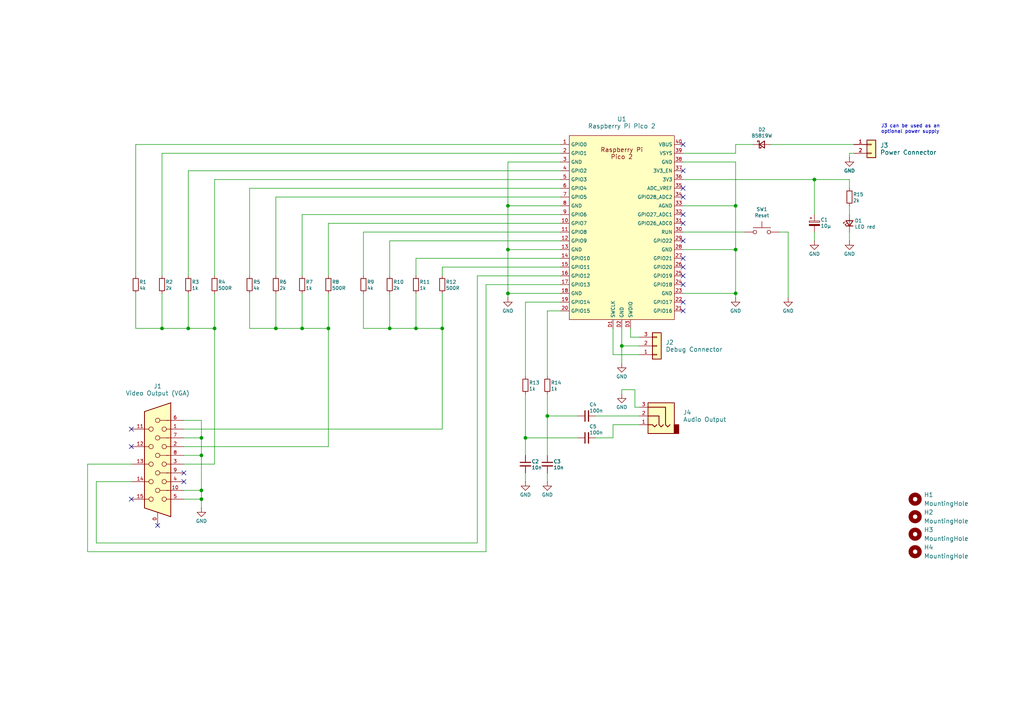
<source format=kicad_sch>
(kicad_sch (version 20250114) (generator "eeschema") (generator_version "9.0")
  (paper "A4")
  (title_block (title "Demoboard for LFT's Demo \"Kaleidoscopico\"") (date "2025-09-16") (rev "-"))
  (lib_symbols
    (symbol "Connector:DE15_Socket_HighDensity_MountingHoles" (pin_names (offset 1.016) (hide yes))
      (property "Reference" "J5" (at 0 22.86 0))
      (property "Value" "DE15_Socket_HighDensity_MountingHoles" (at 0 20.32 0))
      (symbol "DE15_Socket_HighDensity_MountingHoles_0_1"
        (polyline (pts (xy -3.81 17.78) (xy -3.81 -15.24) (xy 3.81 -12.7) (xy 3.81 15.24) (xy -3.81 17.78)) (stroke (width 0.254)) (fill (type background)))
        (polyline (pts (xy -3.175 7.62) (xy -0.635 7.62)))
        (circle (center -1.905 10.16) (radius 0.635))
        (circle (center -1.905 5.08) (radius 0.635))
        (circle (center -1.905 0) (radius 0.635))
        (circle (center -1.905 -5.08) (radius 0.635))
        (circle (center -1.905 -10.16) (radius 0.635))
        (polyline (pts (xy -0.635 12.7) (xy -3.175 12.7)))
        (polyline (pts (xy -0.635 2.54) (xy -3.175 2.54)))
        (polyline (pts (xy -0.635 -2.54) (xy -3.175 -2.54)))
        (polyline (pts (xy -0.635 -7.62) (xy -3.175 -7.62)))
        (circle (center 0 12.7) (radius 0.635))
        (circle (center 0 7.62) (radius 0.635))
        (circle (center 0 2.54) (radius 0.635))
        (circle (center 0 -2.54) (radius 0.635))
        (circle (center 0 -7.62) (radius 0.635))
        (circle (center 1.905 10.16) (radius 0.635))
        (circle (center 1.905 5.08) (radius 0.635))
        (circle (center 1.905 0) (radius 0.635))
        (circle (center 1.905 -5.08) (radius 0.635))
        (circle (center 1.905 -10.16) (radius 0.635))
      )
      (symbol "DE15_Socket_HighDensity_MountingHoles_1_1"
        (pin passive line (at -7.62 12.7 0) (length 5.08) (name "~") (number "6"))
        (pin passive line (at -7.62 10.16 0) (length 5.08) (name "~") (number "1"))
        (pin passive line (at -7.62 7.62 0) (length 5.08) (name "~") (number "7"))
        (pin passive line (at -7.62 5.08 0) (length 5.08) (name "~") (number "2"))
        (pin passive line (at -7.62 2.54 0) (length 5.08) (name "~") (number "8"))
        (pin passive line (at -7.62 0 0) (length 5.08) (name "~") (number "3"))
        (pin passive line (at -7.62 -2.54 0) (length 5.08) (name "~") (number "9"))
        (pin passive line (at -7.62 -5.08 0) (length 5.08) (name "~") (number "4"))
        (pin passive line (at -7.62 -7.62 0) (length 5.08) (name "~") (number "10"))
        (pin passive line (at -7.62 -10.16 0) (length 5.08) (name "~") (number "5"))
        (pin passive line (at 0 -17.78 90) (length 3.81) (name "~") (number "0"))
        (pin passive line (at 7.62 10.16 180) (length 5.08) (name "~") (number "11"))
        (pin passive line (at 7.62 5.08 180) (length 5.08) (name "~") (number "12"))
        (pin passive line (at 7.62 0 180) (length 5.08) (name "~") (number "13"))
        (pin passive line (at 7.62 -5.08 180) (length 5.08) (name "~") (number "14"))
        (pin passive line (at 7.62 -10.16 180) (length 5.08) (name "~") (number "15"))
      )
    )
    (symbol "Connector_Audio:AudioJack3"
      (property "Reference" "J4" (at -7.62 0.6351 0))
      (property "Value" "AudioJack3" (at -7.62 -1.9049 0))
      (symbol "AudioJack3_0_1"
        (rectangle (start -5.08 -5.08) (end -6.35 -2.54) (stroke (width 0.254)) (fill (type outline)))
        (polyline (pts (xy -1.905 -2.54) (xy -1.27 -3.175) (xy -0.635 -2.54) (xy -0.635 0) (xy 2.54 0)) (stroke (width 0.254)))
        (polyline (pts (xy 0 -2.54) (xy 0.635 -3.175) (xy 1.27 -2.54) (xy 2.54 -2.54)) (stroke (width 0.254)))
        (rectangle (start 2.54 3.81) (end -5.08 -5.08) (stroke (width 0.254)) (fill (type background)))
        (polyline (pts (xy 2.54 2.54) (xy -2.54 2.54) (xy -2.54 -2.54) (xy -3.175 -3.175) (xy -3.81 -2.54)) (stroke (width 0.254)))
      )
      (symbol "AudioJack3_1_1"
        (pin passive line (at 5.08 2.54 180) (length 2.54) (name "~") (number "3"))
        (pin passive line (at 5.08 0 180) (length 2.54) (name "~") (number "2"))
        (pin passive line (at 5.08 -2.54 180) (length 2.54) (name "~") (number "1"))
        (pin passive line (at 5.08 -3.81 180) (length 2.54) (hide yes) (name "~") (number "4"))
        (pin passive line (at 5.08 -5.08 180) (length 2.54) (hide yes) (name "~") (number "5"))
      )
    )
    (symbol "Connector_Generic:Conn_01x02" (pin_names (offset 1.016) (hide yes))
      (property "Reference" "J3" (at 2.54 -0.508 0))
      (property "Value" "Conn_01x02" (at 2.286 -2.286 0))
      (symbol "Conn_01x02_1_1"
        (rectangle (start -1.27 1.27) (end 1.27 -3.81) (stroke (width 0.254)) (fill (type background)))
        (rectangle (start -1.27 0.127) (end 0 -0.127) (stroke (width 0.1524)))
        (rectangle (start -1.27 -2.413) (end 0 -2.667) (stroke (width 0.1524)))
        (pin passive line (at -5.08 0 0) (length 3.81) (name "Pin_1") (number "1"))
        (pin passive line (at -5.08 -2.54 0) (length 3.81) (name "Pin_2") (number "2"))
      )
    )
    (symbol "Connector_Generic:Conn_01x03" (pin_names (offset 1.016) (hide yes))
      (property "Reference" "J2" (at 2.54 1.2701 0))
      (property "Value" "Conn_01x03" (at 2.54 -1.2699 0))
      (symbol "Conn_01x03_1_1"
        (rectangle (start -1.27 3.81) (end 1.27 -3.81) (stroke (width 0.254)) (fill (type background)))
        (rectangle (start -1.27 2.667) (end 0 2.413) (stroke (width 0.1524)))
        (rectangle (start -1.27 0.127) (end 0 -0.127) (stroke (width 0.1524)))
        (rectangle (start -1.27 -2.413) (end 0 -2.667) (stroke (width 0.1524)))
        (pin passive line (at -5.08 2.54 0) (length 3.81) (name "Pin_1") (number "1"))
        (pin passive line (at -5.08 0 0) (length 3.81) (name "Pin_2") (number "2"))
        (pin passive line (at -5.08 -2.54 0) (length 3.81) (name "Pin_3") (number "3"))
      )
    )
    (symbol "Device:C_Polarized_Small" (pin_numbers (hide yes)) (pin_names (offset 0.254) (hide yes))
      (property "Reference" "C" (at 0.254 1.778 0))
      (property "Value" "C_Polarized_Small" (at 0.254 -2.032 0))
      (symbol "C_Polarized_Small_0_1"
        (rectangle (start -1.524 0.6858) (end 1.524 0.3048))
        (rectangle (start -1.524 -0.3048) (end 1.524 -0.6858) (fill (type outline)))
        (polyline (pts (xy -1.27 1.524) (xy -0.762 1.524)))
        (polyline (pts (xy -1.016 1.27) (xy -1.016 1.778)))
      )
      (symbol "C_Polarized_Small_1_1"
        (pin passive line (at 0 2.54 270) (length 1.8542) (name "~") (number "1"))
        (pin passive line (at 0 -2.54 90) (length 1.8542) (name "~") (number "2"))
      )
    )
    (symbol "Device:C_Small" (pin_numbers (hide yes)) (pin_names (offset 0.254) (hide yes))
      (property "Reference" "C" (at 0.254 1.778 0))
      (property "Value" "C_Small" (at 0.254 -2.032 0))
      (symbol "C_Small_0_1"
        (polyline (pts (xy -1.524 0.508) (xy 1.524 0.508)) (stroke (width 0.3048)))
        (polyline (pts (xy -1.524 -0.508) (xy 1.524 -0.508)) (stroke (width 0.3302)))
      )
      (symbol "C_Small_1_1"
        (pin passive line (at 0 2.54 270) (length 2.032) (name "~") (number "1"))
        (pin passive line (at 0 -2.54 90) (length 2.032) (name "~") (number "2"))
      )
    )
    (symbol "Device:D_Schottky_Small" (pin_numbers (hide yes)) (pin_names (offset 0.254) (hide yes))
      (property "Reference" "D" (at -1.27 2.032 0))
      (property "Value" "D_Schottky_Small" (at -7.112 -2.032 0))
      (symbol "D_Schottky_Small_0_1"
        (polyline (pts (xy -1.27 0.762) (xy -1.27 1.016) (xy -0.762 1.016) (xy -0.762 -1.016) (xy -0.254 -1.016) (xy -0.254 -0.762)) (stroke (width 0.254)))
        (polyline (pts (xy -0.762 0) (xy 0.762 0)))
        (polyline (pts (xy 0.762 -1.016) (xy -0.762 0) (xy 0.762 1.016) (xy 0.762 -1.016)) (stroke (width 0.254)))
      )
      (symbol "D_Schottky_Small_1_1"
        (pin passive line (at -2.54 0 0) (length 1.778) (name "K") (number "1"))
        (pin passive line (at 2.54 0 180) (length 1.778) (name "A") (number "2"))
      )
    )
    (symbol "Device:LED_Small" (pin_numbers (hide yes)) (pin_names (offset 0.254) (hide yes))
      (property "Reference" "D" (at -1.27 3.175 0))
      (property "Value" "LED_Small" (at -4.445 -2.54 0))
      (symbol "LED_Small_0_1"
        (polyline (pts (xy -0.762 -1.016) (xy -0.762 1.016)) (stroke (width 0.254)))
        (polyline (pts (xy 0 0.762) (xy -0.508 1.27) (xy -0.254 1.27) (xy -0.508 1.27) (xy -0.508 1.016)))
        (polyline (pts (xy 0.508 1.27) (xy 0 1.778) (xy 0.254 1.778) (xy 0 1.778) (xy 0 1.524)))
        (polyline (pts (xy 0.762 -1.016) (xy -0.762 0) (xy 0.762 1.016) (xy 0.762 -1.016)) (stroke (width 0.254)))
        (polyline (pts (xy 1.016 0) (xy -0.762 0)))
      )
      (symbol "LED_Small_1_1"
        (pin passive line (at -2.54 0 0) (length 1.778) (name "K") (number "1"))
        (pin passive line (at 2.54 0 180) (length 1.778) (name "A") (number "2"))
      )
    )
    (symbol "Device:R_Small" (pin_numbers (hide yes)) (pin_names (offset 0.254) (hide yes))
      (property "Reference" "R" (at 0.762 0.508 0))
      (property "Value" "R_Small" (at 0.762 -1.016 0))
      (symbol "R_Small_0_1"
        (rectangle (start -0.762 1.778) (end 0.762 -1.778) (stroke (width 0.2032)))
      )
      (symbol "R_Small_1_1"
        (pin passive line (at 0 2.54 270) (length 0.762) (name "~") (number "1"))
        (pin passive line (at 0 -2.54 90) (length 0.762) (name "~") (number "2"))
      )
    )
    (symbol "Mechanical:MountingHole" (pin_names (offset 1.016)) (exclude_from_sim yes) (in_bom no)
      (property "Reference" "H" (at 0 5.08 0))
      (property "Value" "MountingHole" (at 0 3.175 0))
      (symbol "MountingHole_0_1"
        (circle (center 0 0) (radius 1.27) (stroke (width 1.27)))
      )
    )
    (symbol "Pico:Pico"
      (property "Reference" "U1" (at 0 31.75 0))
      (property "Value" "Pico 2" (at 0 29.21 0))
      (symbol "Pico_0_1"
        (rectangle (start -15.24 26.67) (end 15.24 -26.67) (fill (type background)))
      )
      (symbol "Pico_1_1"
        (text "Raspberry Pi\nPico 2" (at 0 21.59 0) (effects (font (size 1.27 1.27))))
        (pin bidirectional line (at -17.78 24.13 0) (length 2.54) (name "GPIO0") (number "1"))
        (pin bidirectional line (at -17.78 21.59 0) (length 2.54) (name "GPIO1") (number "2"))
        (pin power_in line (at -17.78 19.05 0) (length 2.54) (name "GND") (number "3"))
        (pin bidirectional line (at -17.78 16.51 0) (length 2.54) (name "GPIO2") (number "4"))
        (pin bidirectional line (at -17.78 13.97 0) (length 2.54) (name "GPIO3") (number "5"))
        (pin bidirectional line (at -17.78 11.43 0) (length 2.54) (name "GPIO4") (number "6"))
        (pin bidirectional line (at -17.78 8.89 0) (length 2.54) (name "GPIO5") (number "7"))
        (pin power_in line (at -17.78 6.35 0) (length 2.54) (name "GND") (number "8"))
        (pin bidirectional line (at -17.78 3.81 0) (length 2.54) (name "GPIO6") (number "9"))
        (pin bidirectional line (at -17.78 1.27 0) (length 2.54) (name "GPIO7") (number "10"))
        (pin bidirectional line (at -17.78 -1.27 0) (length 2.54) (name "GPIO8") (number "11"))
        (pin bidirectional line (at -17.78 -3.81 0) (length 2.54) (name "GPIO9") (number "12"))
        (pin power_in line (at -17.78 -6.35 0) (length 2.54) (name "GND") (number "13"))
        (pin bidirectional line (at -17.78 -8.89 0) (length 2.54) (name "GPIO10") (number "14"))
        (pin bidirectional line (at -17.78 -11.43 0) (length 2.54) (name "GPIO11") (number "15"))
        (pin bidirectional line (at -17.78 -13.97 0) (length 2.54) (name "GPIO12") (number "16"))
        (pin bidirectional line (at -17.78 -16.51 0) (length 2.54) (name "GPIO13") (number "17"))
        (pin power_in line (at -17.78 -19.05 0) (length 2.54) (name "GND") (number "18"))
        (pin bidirectional line (at -17.78 -21.59 0) (length 2.54) (name "GPIO14") (number "19"))
        (pin bidirectional line (at -17.78 -24.13 0) (length 2.54) (name "GPIO15") (number "20"))
        (pin input line (at -2.54 -29.21 90) (length 2.54) (name "SWCLK") (number "D1"))
        (pin power_in line (at 0 -29.21 90) (length 2.54) (name "GND") (number "D2"))
        (pin bidirectional line (at 2.54 -29.21 90) (length 2.54) (name "SWDIO") (number "D3"))
        (pin power_in line (at 17.78 24.13 180) (length 2.54) (name "VBUS") (number "40"))
        (pin power_in line (at 17.78 21.59 180) (length 2.54) (name "VSYS") (number "39"))
        (pin bidirectional line (at 17.78 19.05 180) (length 2.54) (name "GND") (number "38"))
        (pin input line (at 17.78 16.51 180) (length 2.54) (name "3V3_EN") (number "37"))
        (pin power_in line (at 17.78 13.97 180) (length 2.54) (name "3V3") (number "36"))
        (pin power_in line (at 17.78 11.43 180) (length 2.54) (name "ADC_VREF") (number "35"))
        (pin bidirectional line (at 17.78 8.89 180) (length 2.54) (name "GPIO28_ADC2") (number "34"))
        (pin power_in line (at 17.78 6.35 180) (length 2.54) (name "AGND") (number "33"))
        (pin bidirectional line (at 17.78 3.81 180) (length 2.54) (name "GPIO27_ADC1") (number "32"))
        (pin bidirectional line (at 17.78 1.27 180) (length 2.54) (name "GPIO26_ADC0") (number "31"))
        (pin input line (at 17.78 -1.27 180) (length 2.54) (name "RUN") (number "30"))
        (pin bidirectional line (at 17.78 -3.81 180) (length 2.54) (name "GPIO22") (number "29"))
        (pin power_in line (at 17.78 -6.35 180) (length 2.54) (name "GND") (number "28"))
        (pin bidirectional line (at 17.78 -8.89 180) (length 2.54) (name "GPIO21") (number "27"))
        (pin bidirectional line (at 17.78 -11.43 180) (length 2.54) (name "GPIO20") (number "26"))
        (pin bidirectional line (at 17.78 -13.97 180) (length 2.54) (name "GPIO19") (number "25"))
        (pin bidirectional line (at 17.78 -16.51 180) (length 2.54) (name "GPIO18") (number "24"))
        (pin power_in line (at 17.78 -19.05 180) (length 2.54) (name "GND") (number "23"))
        (pin bidirectional line (at 17.78 -21.59 180) (length 2.54) (name "GPIO17") (number "22"))
        (pin bidirectional line (at 17.78 -24.13 180) (length 2.54) (name "GPIO16") (number "21"))
      )
    )
    (symbol "Switch:SW_Push" (pin_numbers (hide yes)) (pin_names (offset 1.016) (hide yes))
      (property "Reference" "SW" (at 1.27 2.54 0))
      (property "Value" "SW_Push" (at 0 -1.524 0))
      (symbol "SW_Push_0_1"
        (circle (center -2.032 0) (radius 0.508))
        (polyline (pts (xy 0 1.27) (xy 0 3.048)))
        (circle (center 2.032 0) (radius 0.508))
        (polyline (pts (xy 2.54 1.27) (xy -2.54 1.27)))
        (pin passive line (at -5.08 0 0) (length 2.54) (name "1") (number "1"))
        (pin passive line (at 5.08 0 180) (length 2.54) (name "2") (number "2"))
      )
    )
    (symbol "power:GND" (power) (pin_numbers (hide yes)) (pin_names (offset 0) (hide yes))
      (property "Value" "GND" (at 0 -3.81 0))
      (symbol "GND_0_1"
        (polyline (pts (xy 0 0) (xy 0 -1.27) (xy 1.27 -1.27) (xy 0 -2.54) (xy -1.27 -1.27) (xy 0 -1.27)))
      )
      (symbol "GND_1_1"
        (pin power_in line (at 0 0 270) (length 0) (name "~") (number "1"))
      )
    )
  )
  (text "J3 can be used as an\noptional power supply" (at 255.524 36.068 0) (effects (font (size 1 1)) (justify left top)))
  (junction (at 95.25 95.25))
  (junction (at 152.4 127))
  (junction (at 54.61 95.25))
  (junction (at 62.23 95.25))
  (junction (at 147.32 72.39))
  (junction (at 80.01 95.25))
  (junction (at 58.42 142.24))
  (junction (at 58.42 144.78))
  (junction (at 46.99 95.25))
  (junction (at 147.32 85.09))
  (junction (at 213.36 85.09))
  (junction (at 58.42 132.08))
  (junction (at 213.36 59.69))
  (junction (at 87.63 95.25))
  (junction (at 213.36 72.39))
  (junction (at 158.75 120.65))
  (junction (at 128.27 95.25))
  (junction (at 58.42 127))
  (junction (at 147.32 59.69))
  (junction (at 180.34 100.33))
  (junction (at 113.03 95.25))
  (junction (at 236.22 52.07))
  (junction (at 120.65 95.25))
  (no_connect (at 198.12 80.01))
  (no_connect (at 198.12 74.93))
  (no_connect (at 38.1 129.54))
  (no_connect (at 198.12 64.77))
  (no_connect (at 38.1 124.46))
  (no_connect (at 198.12 82.55))
  (no_connect (at 198.12 90.17))
  (no_connect (at 198.12 62.23))
  (no_connect (at 53.34 137.16))
  (no_connect (at 198.12 77.47))
  (no_connect (at 45.72 152.4))
  (no_connect (at 198.12 69.85))
  (no_connect (at 198.12 41.91))
  (no_connect (at 53.34 139.7))
  (no_connect (at 198.12 87.63))
  (no_connect (at 198.12 54.61))
  (no_connect (at 38.1 144.78))
  (no_connect (at 198.12 57.15))
  (no_connect (at 198.12 49.53))
  (wire (pts (xy 177.8 95.25) (xy 177.8 102.87)))
  (wire (pts (xy 120.65 74.93) (xy 120.65 80.01)))
  (wire (pts (xy 162.56 57.15) (xy 80.01 57.15)))
  (wire (pts (xy 180.34 100.33) (xy 185.42 100.33)))
  (wire (pts (xy 184.15 113.03) (xy 180.34 113.03)))
  (wire (pts (xy 113.03 85.09) (xy 113.03 95.25)))
  (wire (pts (xy 62.23 95.25) (xy 54.61 95.25)))
  (wire (pts (xy 162.56 41.91) (xy 39.37 41.91)))
  (wire (pts (xy 147.32 46.99) (xy 147.32 59.69)))
  (wire (pts (xy 27.94 139.7) (xy 38.1 139.7)))
  (wire (pts (xy 213.36 85.09) (xy 213.36 86.36)))
  (wire (pts (xy 120.65 95.25) (xy 113.03 95.25)))
  (wire (pts (xy 162.56 54.61) (xy 72.39 54.61)))
  (wire (pts (xy 25.4 134.62) (xy 38.1 134.62)))
  (wire (pts (xy 46.99 85.09) (xy 46.99 95.25)))
  (wire (pts (xy 72.39 85.09) (xy 72.39 95.25)))
  (wire (pts (xy 158.75 90.17) (xy 158.75 109.22)))
  (wire (pts (xy 147.32 72.39) (xy 147.32 85.09)))
  (wire (pts (xy 182.88 97.79) (xy 185.42 97.79)))
  (wire (pts (xy 128.27 124.46) (xy 128.27 95.25)))
  (wire (pts (xy 158.75 137.16) (xy 158.75 139.7)))
  (wire (pts (xy 39.37 95.25) (xy 46.99 95.25)))
  (wire (pts (xy 53.34 129.54) (xy 95.25 129.54)))
  (wire (pts (xy 162.56 59.69) (xy 147.32 59.69)))
  (wire (pts (xy 162.56 64.77) (xy 95.25 64.77)))
  (wire (pts (xy 58.42 144.78) (xy 58.42 147.32)))
  (wire (pts (xy 152.4 114.3) (xy 152.4 127)))
  (wire (pts (xy 246.38 52.07) (xy 236.22 52.07)))
  (wire (pts (xy 162.56 62.23) (xy 87.63 62.23)))
  (wire (pts (xy 162.56 77.47) (xy 128.27 77.47)))
  (wire (pts (xy 128.27 77.47) (xy 128.27 80.01)))
  (wire (pts (xy 213.36 72.39) (xy 213.36 85.09)))
  (wire (pts (xy 54.61 85.09) (xy 54.61 95.25)))
  (wire (pts (xy 177.8 123.19) (xy 177.8 127)))
  (wire (pts (xy 54.61 49.53) (xy 54.61 80.01)))
  (wire (pts (xy 246.38 67.31) (xy 246.38 69.85)))
  (wire (pts (xy 185.42 123.19) (xy 177.8 123.19)))
  (wire (pts (xy 162.56 52.07) (xy 62.23 52.07)))
  (wire (pts (xy 152.4 127) (xy 167.64 127)))
  (wire (pts (xy 113.03 69.85) (xy 113.03 80.01)))
  (wire (pts (xy 162.56 49.53) (xy 54.61 49.53)))
  (wire (pts (xy 162.56 46.99) (xy 147.32 46.99)))
  (wire (pts (xy 172.72 120.65) (xy 185.42 120.65)))
  (wire (pts (xy 198.12 59.69) (xy 213.36 59.69)))
  (wire (pts (xy 198.12 72.39) (xy 213.36 72.39)))
  (wire (pts (xy 172.72 127) (xy 177.8 127)))
  (wire (pts (xy 246.38 44.45) (xy 247.65 44.45)))
  (wire (pts (xy 162.56 72.39) (xy 147.32 72.39)))
  (wire (pts (xy 120.65 85.09) (xy 120.65 95.25)))
  (wire (pts (xy 39.37 85.09) (xy 39.37 95.25)))
  (wire (pts (xy 177.8 102.87) (xy 185.42 102.87)))
  (wire (pts (xy 162.56 74.93) (xy 120.65 74.93)))
  (wire (pts (xy 198.12 46.99) (xy 213.36 46.99)))
  (wire (pts (xy 213.36 44.45) (xy 213.36 41.91)))
  (wire (pts (xy 213.36 41.91) (xy 218.44 41.91)))
  (wire (pts (xy 95.25 129.54) (xy 95.25 95.25)))
  (wire (pts (xy 213.36 59.69) (xy 213.36 72.39)))
  (wire (pts (xy 95.25 64.77) (xy 95.25 80.01)))
  (wire (pts (xy 62.23 85.09) (xy 62.23 95.25)))
  (wire (pts (xy 128.27 95.25) (xy 120.65 95.25)))
  (wire (pts (xy 95.25 85.09) (xy 95.25 95.25)))
  (wire (pts (xy 105.41 85.09) (xy 105.41 95.25)))
  (wire (pts (xy 95.25 95.25) (xy 87.63 95.25)))
  (wire (pts (xy 246.38 45.72) (xy 246.38 44.45)))
  (wire (pts (xy 226.06 67.31) (xy 228.6 67.31)))
  (wire (pts (xy 162.56 44.45) (xy 46.99 44.45)))
  (wire (pts (xy 152.4 127) (xy 152.4 132.08)))
  (wire (pts (xy 180.34 113.03) (xy 180.34 114.3)))
  (wire (pts (xy 185.42 118.11) (xy 184.15 118.11)))
  (wire (pts (xy 87.63 85.09) (xy 87.63 95.25)))
  (wire (pts (xy 80.01 57.15) (xy 80.01 80.01)))
  (wire (pts (xy 236.22 52.07) (xy 236.22 62.23)))
  (wire (pts (xy 58.42 142.24) (xy 58.42 144.78)))
  (wire (pts (xy 62.23 134.62) (xy 62.23 95.25)))
  (wire (pts (xy 162.56 82.55) (xy 140.97 82.55)))
  (wire (pts (xy 62.23 52.07) (xy 62.23 80.01)))
  (wire (pts (xy 87.63 62.23) (xy 87.63 80.01)))
  (wire (pts (xy 223.52 41.91) (xy 247.65 41.91)))
  (wire (pts (xy 140.97 82.55) (xy 140.97 160.02)))
  (wire (pts (xy 80.01 85.09) (xy 80.01 95.25)))
  (wire (pts (xy 105.41 95.25) (xy 113.03 95.25)))
  (wire (pts (xy 228.6 67.31) (xy 228.6 86.36)))
  (wire (pts (xy 39.37 41.91) (xy 39.37 80.01)))
  (wire (pts (xy 158.75 120.65) (xy 167.64 120.65)))
  (wire (pts (xy 128.27 85.09) (xy 128.27 95.25)))
  (wire (pts (xy 180.34 100.33) (xy 180.34 105.41)))
  (wire (pts (xy 53.34 132.08) (xy 58.42 132.08)))
  (wire (pts (xy 147.32 59.69) (xy 147.32 72.39)))
  (wire (pts (xy 105.41 67.31) (xy 105.41 80.01)))
  (wire (pts (xy 246.38 59.69) (xy 246.38 62.23)))
  (wire (pts (xy 147.32 85.09) (xy 147.32 86.36)))
  (wire (pts (xy 58.42 132.08) (xy 58.42 142.24)))
  (wire (pts (xy 236.22 52.07) (xy 198.12 52.07)))
  (wire (pts (xy 198.12 44.45) (xy 213.36 44.45)))
  (wire (pts (xy 53.34 134.62) (xy 62.23 134.62)))
  (wire (pts (xy 138.43 157.48) (xy 27.94 157.48)))
  (wire (pts (xy 87.63 95.25) (xy 80.01 95.25)))
  (wire (pts (xy 53.34 144.78) (xy 58.42 144.78)))
  (wire (pts (xy 184.15 118.11) (xy 184.15 113.03)))
  (wire (pts (xy 25.4 160.02) (xy 25.4 134.62)))
  (wire (pts (xy 162.56 90.17) (xy 158.75 90.17)))
  (wire (pts (xy 162.56 85.09) (xy 147.32 85.09)))
  (wire (pts (xy 213.36 46.99) (xy 213.36 59.69)))
  (wire (pts (xy 58.42 127) (xy 58.42 132.08)))
  (wire (pts (xy 53.34 121.92) (xy 58.42 121.92)))
  (wire (pts (xy 140.97 160.02) (xy 25.4 160.02)))
  (wire (pts (xy 152.4 87.63) (xy 152.4 109.22)))
  (wire (pts (xy 53.34 124.46) (xy 128.27 124.46)))
  (wire (pts (xy 138.43 80.01) (xy 138.43 157.48)))
  (wire (pts (xy 182.88 95.25) (xy 182.88 97.79)))
  (wire (pts (xy 162.56 67.31) (xy 105.41 67.31)))
  (wire (pts (xy 180.34 95.25) (xy 180.34 100.33)))
  (wire (pts (xy 54.61 95.25) (xy 46.99 95.25)))
  (wire (pts (xy 158.75 120.65) (xy 158.75 132.08)))
  (wire (pts (xy 162.56 69.85) (xy 113.03 69.85)))
  (wire (pts (xy 27.94 157.48) (xy 27.94 139.7)))
  (wire (pts (xy 53.34 142.24) (xy 58.42 142.24)))
  (wire (pts (xy 246.38 54.61) (xy 246.38 52.07)))
  (wire (pts (xy 236.22 67.31) (xy 236.22 69.85)))
  (wire (pts (xy 46.99 44.45) (xy 46.99 80.01)))
  (wire (pts (xy 162.56 87.63) (xy 152.4 87.63)))
  (wire (pts (xy 158.75 114.3) (xy 158.75 120.65)))
  (wire (pts (xy 72.39 54.61) (xy 72.39 80.01)))
  (wire (pts (xy 72.39 95.25) (xy 80.01 95.25)))
  (wire (pts (xy 53.34 127) (xy 58.42 127)))
  (wire (pts (xy 152.4 137.16) (xy 152.4 139.7)))
  (wire (pts (xy 162.56 80.01) (xy 138.43 80.01)))
  (wire (pts (xy 198.12 85.09) (xy 213.36 85.09)))
  (wire (pts (xy 198.12 67.31) (xy 215.9 67.31)))
  (wire (pts (xy 58.42 121.92) (xy 58.42 127)))
  (symbol (lib_id "Mechanical:MountingHole") (at 265.43 149.86 0) (unit 1) (exclude_from_sim yes) (in_bom no)
    (property "Reference" "H2" (at 267.97 148.5899 0) (effects (justify left)))
    (property "Value" "MountingHole" (at 267.97 151.1299 0) (effects (justify left)))
    (property "Footprint" "MountingHole:MountingHole_2.5mm" (effects (hide yes)))
    (property "Description" "Mounting Hole without connection" (effects (hide yes)))
  )
  (symbol (lib_id "Device:R_Small") (at 46.99 82.55 0) (unit 1)
    (property "Reference" "R2" (at 48.006 81.788 0) (effects (font (size 1 1)) (justify left)))
    (property "Value" "2k" (at 48.006 83.566 0) (effects (font (size 1 1)) (justify left)))
    (property "Footprint" "Resistor_SMD:R_0805_2012Metric" (effects (hide yes)))
    (property "Description" "Resistor, small symbol" (effects (hide yes)))
    (property "Typ" "ARG05FTC2001, Viking Tech" (effects (hide yes)))
    (property "LCSC" "C218483" (effects (hide yes)))
  )
  (symbol (lib_id "Pico:Pico") (at 180.34 66.04 0) (unit 1)
    (property "Reference" "U1" (at 180.34 34.544 0))
    (property "Value" "Raspberry Pi Pico 2" (at 180.34 36.576 0))
    (property "Footprint" "Module:RaspberryPi_Pico_SMD" (effects (hide yes)))
    (property "Typ" "Pico 2, Raspberry Pi" (effects (hide yes)))
    (property "LCSC" "-" (effects (hide yes)))
  )
  (symbol (lib_id "Connector_Audio:AudioJack3") (at 190.5 120.65 0) (mirror y) (unit 1)
    (property "Reference" "J4" (at 198.12 119.634 0) (effects (justify right)))
    (property "Value" "Audio Output" (at 198.12 121.666 0) (effects (justify right)))
    (property "Footprint" "TTB_MyLib:TTB_Audio" (effects (hide yes)))
    (property "Description" "Audio Jack, 3 Poles (Stereo / TRS)" (effects (hide yes)))
    (property "Typ" "PJ-3240-5A, Korean Hroparts Elec" (effects (hide yes)))
    (property "LCSC" "C711363" (effects (hide yes)))
  )
  (symbol (lib_id "power:GND") (at 228.6 86.36 0) (unit 1)
    (property "Reference" "#PWR3" (effects (hide yes)))
    (property "Value" "GND" (at 228.6 90.17 0) (effects (font (size 1 1))))
    (property "Description" "Power symbol creates a global label with name \"GND\" , ground" (effects (hide yes)))
  )
  (symbol (lib_id "power:GND") (at 147.32 86.36 0) (unit 1)
    (property "Reference" "#PWR1" (effects (hide yes)))
    (property "Value" "GND" (at 147.32 90.17 0) (effects (font (size 1 1))))
    (property "Description" "Power symbol creates a global label with name \"GND\" , ground" (effects (hide yes)))
  )
  (symbol (lib_id "power:GND") (at 180.34 105.41 0) (unit 1)
    (property "Reference" "#PWR11" (effects (hide yes)))
    (property "Value" "GND" (at 180.34 109.22 0) (effects (font (size 1 1))))
    (property "Description" "Power symbol creates a global label with name \"GND\" , ground" (effects (hide yes)))
  )
  (symbol (lib_id "Device:C_Small") (at 152.4 134.62 0) (unit 1)
    (property "Reference" "C2" (at 154.178 133.858 0) (effects (font (size 1 1)) (justify left)))
    (property "Value" "10n" (at 154.178 135.636 0) (effects (font (size 1 1)) (justify left)))
    (property "Footprint" "Capacitor_SMD:C_0805_2012Metric" (effects (hide yes)))
    (property "Description" "Unpolarized capacitor, small symbol" (effects (hide yes)))
    (property "Typ" "CL21B103KBANNNC, Samsung Electro-Mechanics" (effects (hide yes)))
    (property "LCSC" "C1710" (effects (hide yes)))
  )
  (symbol (lib_id "Device:R_Small") (at 158.75 111.76 0) (unit 1)
    (property "Reference" "R14" (at 159.766 110.998 0) (effects (font (size 1 1)) (justify left)))
    (property "Value" "1k" (at 159.766 112.776 0) (effects (font (size 1 1)) (justify left)))
    (property "Footprint" "Resistor_SMD:R_0805_2012Metric" (effects (hide yes)))
    (property "Description" "Resistor, small symbol" (effects (hide yes)))
    (property "Typ" "ARG05FTC1001, Viking Tech" (effects (hide yes)))
    (property "LCSC" "C218388" (effects (hide yes)))
  )
  (symbol (lib_id "Device:LED_Small") (at 246.38 64.77 90) (unit 1)
    (property "Reference" "D1" (at 247.904 64.008 90) (effects (font (size 1 1)) (justify right)))
    (property "Value" "LED red" (at 247.904 65.786 90) (effects (font (size 1 1)) (justify right)))
    (property "Footprint" "LED_SMD:LED_0805_2012Metric" (effects (hide yes)))
    (property "Description" "Light emitting diode, small symbol" (effects (hide yes)))
    (property "Typ" "NCD0805R1, Foshan NationStar Optoelectronics" (effects (hide yes)))
    (property "LCSC" "C84256" (effects (hide yes)))
  )
  (symbol (lib_id "Device:R_Small") (at 95.25 82.55 0) (unit 1)
    (property "Reference" "R8" (at 96.266 81.788 0) (effects (font (size 1 1)) (justify left)))
    (property "Value" "500R" (at 96.266 83.566 0) (effects (font (size 1 1)) (justify left)))
    (property "Footprint" "Resistor_SMD:R_0805_2012Metric" (effects (hide yes)))
    (property "Description" "Resistor, small symbol" (effects (hide yes)))
    (property "Typ" "ARG05FTC5000, Viking Tech" (effects (hide yes)))
    (property "LCSC" "C2828857" (effects (hide yes)))
  )
  (symbol (lib_id "Device:D_Schottky_Small") (at 220.98 41.91 0) (unit 1)
    (property "Reference" "D2" (at 220.98 37.592 0) (effects (font (size 1 1))))
    (property "Value" "B5819W" (at 220.98 39.37 0) (effects (font (size 1 1))))
    (property "Footprint" "TTB_MyLib:TTB_D_SOD-123" (effects (hide yes)))
    (property "Description" "Schottky diode, small symbol" (effects (hide yes)))
    (property "Typ" "B5819W SL, Jiangsu Changjing Electronics Technology Co., Ltd." (effects (hide yes)))
    (property "LCSC" "C8598" (effects (hide yes)))
  )
  (symbol (lib_id "Mechanical:MountingHole") (at 265.43 144.78 0) (unit 1) (exclude_from_sim yes) (in_bom no)
    (property "Reference" "H1" (at 267.97 143.5099 0) (effects (justify left)))
    (property "Value" "MountingHole" (at 267.97 146.0499 0) (effects (justify left)))
    (property "Footprint" "MountingHole:MountingHole_2.5mm" (effects (hide yes)))
    (property "Description" "Mounting Hole without connection" (effects (hide yes)))
  )
  (symbol (lib_id "Device:R_Small") (at 113.03 82.55 0) (unit 1)
    (property "Reference" "R10" (at 114.046 81.788 0) (effects (font (size 1 1)) (justify left)))
    (property "Value" "2k" (at 114.046 83.566 0) (effects (font (size 1 1)) (justify left)))
    (property "Footprint" "Resistor_SMD:R_0805_2012Metric" (effects (hide yes)))
    (property "Description" "Resistor, small symbol" (effects (hide yes)))
    (property "Typ" "ARG05FTC2001, Viking Tech" (effects (hide yes)))
    (property "LCSC" "C218483" (effects (hide yes)))
  )
  (symbol (lib_id "Device:R_Small") (at 39.37 82.55 0) (unit 1)
    (property "Reference" "R1" (at 40.386 81.788 0) (effects (font (size 1 1)) (justify left)))
    (property "Value" "4k" (at 40.386 83.566 0) (effects (font (size 1 1)) (justify left)))
    (property "Footprint" "Resistor_SMD:R_0805_2012Metric" (effects (hide yes)))
    (property "Description" "Resistor, small symbol" (effects (hide yes)))
    (property "Typ" "ARG05FTC4001N, Viking Tech" (effects (hide yes)))
    (property "LCSC" "C2828855" (effects (hide yes)))
  )
  (symbol (lib_id "Device:R_Small") (at 120.65 82.55 0) (unit 1)
    (property "Reference" "R11" (at 121.666 81.788 0) (effects (font (size 1 1)) (justify left)))
    (property "Value" "1k" (at 121.666 83.566 0) (effects (font (size 1 1)) (justify left)))
    (property "Footprint" "Resistor_SMD:R_0805_2012Metric" (effects (hide yes)))
    (property "Description" "Resistor, small symbol" (effects (hide yes)))
    (property "Typ" "ARG05FTC1001, Viking Tech" (effects (hide yes)))
    (property "LCSC" "C218388" (effects (hide yes)))
  )
  (symbol (lib_id "power:GND") (at 246.38 69.85 0) (unit 1)
    (property "Reference" "#PWR5" (effects (hide yes)))
    (property "Value" "GND" (at 246.38 73.66 0) (effects (font (size 1 1))))
    (property "Description" "Power symbol creates a global label with name \"GND\" , ground" (effects (hide yes)))
  )
  (symbol (lib_id "Device:R_Small") (at 105.41 82.55 0) (unit 1)
    (property "Reference" "R9" (at 106.426 81.788 0) (effects (font (size 1 1)) (justify left)))
    (property "Value" "4k" (at 106.426 83.566 0) (effects (font (size 1 1)) (justify left)))
    (property "Footprint" "Resistor_SMD:R_0805_2012Metric" (effects (hide yes)))
    (property "Description" "Resistor, small symbol" (effects (hide yes)))
    (property "Typ" "ARG05FTC4001N, Viking Tech" (effects (hide yes)))
    (property "LCSC" "C2828855" (effects (hide yes)))
  )
  (symbol (lib_id "Connector:DE15_Socket_HighDensity_MountingHoles") (at 45.72 134.62 0) (mirror y) (unit 1)
    (property "Reference" "J1" (at 45.72 112.014 0))
    (property "Value" "Video Output (VGA)" (at 45.72 114.046 0))
    (property "Footprint" "Connector_Dsub:DSUB-15-HD_Socket_Horizontal_P2.29x2.54mm_EdgePinOffset8.35mm_Housed_MountingHolesOffset10.89mm" (effects (hide yes)))
    (property "Description" "15-pin D-SUB connector, socket (female), High density (3 columns), Triple Row, Generic, VGA-connector, Mounting Hole" (effects (hide yes)))
    (property "Typ" "HYC42-HDR15B-889, HOAUC" (effects (hide yes)))
    (property "LCSC" "C711363" (effects (hide yes)))
  )
  (symbol (lib_id "Device:R_Small") (at 87.63 82.55 0) (unit 1)
    (property "Reference" "R7" (at 88.646 81.788 0) (effects (font (size 1 1)) (justify left)))
    (property "Value" "1k" (at 88.646 83.566 0) (effects (font (size 1 1)) (justify left)))
    (property "Footprint" "Resistor_SMD:R_0805_2012Metric" (effects (hide yes)))
    (property "Description" "Resistor, small symbol" (effects (hide yes)))
    (property "Typ" "ARG05FTC1001, Viking Tech" (effects (hide yes)))
    (property "LCSC" "C218388" (effects (hide yes)))
  )
  (symbol (lib_id "Device:R_Small") (at 246.38 57.15 0) (unit 1)
    (property "Reference" "R15" (at 247.396 56.388 0) (effects (font (size 1 1)) (justify left)))
    (property "Value" "2k" (at 247.396 58.166 0) (effects (font (size 1 1)) (justify left)))
    (property "Footprint" "Resistor_SMD:R_0805_2012Metric" (effects (hide yes)))
    (property "Description" "Resistor, small symbol" (effects (hide yes)))
    (property "Typ" "ARG05FTC2001, Viking Tech" (effects (hide yes)))
    (property "LCSC" "C218483" (effects (hide yes)))
  )
  (symbol (lib_id "power:GND") (at 158.75 139.7 0) (unit 1)
    (property "Reference" "#PWR8" (effects (hide yes)))
    (property "Value" "GND" (at 158.75 143.51 0) (effects (font (size 1 1))))
    (property "Description" "Power symbol creates a global label with name \"GND\" , ground" (effects (hide yes)))
  )
  (symbol (lib_id "Device:C_Small") (at 170.18 120.65 90) (unit 1)
    (property "Reference" "C4" (at 170.942 117.348 90) (effects (font (size 1 1)) (justify right)))
    (property "Value" "100n" (at 170.942 119.126 90) (effects (font (size 1 1)) (justify right)))
    (property "Footprint" "Capacitor_SMD:C_0805_2012Metric" (effects (hide yes)))
    (property "Description" "Unpolarized capacitor, small symbol" (effects (hide yes)))
    (property "Typ" "CC0805KRX7R9BB104, YAGEO" (effects (hide yes)))
    (property "LCSC" "C49678" (effects (hide yes)))
  )
  (symbol (lib_id "Device:R_Small") (at 62.23 82.55 0) (unit 1)
    (property "Reference" "R4" (at 63.246 81.788 0) (effects (font (size 1 1)) (justify left)))
    (property "Value" "500R" (at 63.246 83.566 0) (effects (font (size 1 1)) (justify left)))
    (property "Footprint" "Resistor_SMD:R_0805_2012Metric" (effects (hide yes)))
    (property "Description" "Resistor, small symbol" (effects (hide yes)))
    (property "Typ" "ARG05FTC5000, Viking Tech" (effects (hide yes)))
    (property "LCSC" "C2828857" (effects (hide yes)))
  )
  (symbol (lib_id "power:GND") (at 180.34 114.3 0) (unit 1)
    (property "Reference" "#PWR10" (effects (hide yes)))
    (property "Value" "GND" (at 180.34 118.11 0) (effects (font (size 1 1))))
    (property "Description" "Power symbol creates a global label with name \"GND\" , ground" (effects (hide yes)))
  )
  (symbol (lib_id "Connector_Generic:Conn_01x02") (at 252.73 41.91 0) (unit 1)
    (property "Reference" "J3" (at 255.27 42.164 0) (effects (justify left)))
    (property "Value" "Power Connector" (at 255.27 44.196 0) (effects (justify left)))
    (property "Footprint" "Connector_JST:JST_PH_B2B-PH-K_1x02_P2.00mm_Vertical" (effects (hide yes)))
    (property "Description" "Generic connector, single row, 01x02, script generated (kicad-library-utils/schlib/autogen/connector/)" (effects (hide yes)))
    (property "Typ" "B2B-PH-K-S(LF)(SN), JST" (effects (hide yes)))
    (property "LCSC" "C131337" (effects (hide yes)))
  )
  (symbol (lib_id "power:GND") (at 58.42 147.32 0) (unit 1)
    (property "Reference" "#PWR4" (effects (hide yes)))
    (property "Value" "GND" (at 58.42 151.13 0) (effects (font (size 1 1))))
    (property "Description" "Power symbol creates a global label with name \"GND\" , ground" (effects (hide yes)))
  )
  (symbol (lib_id "Device:R_Small") (at 72.39 82.55 0) (unit 1)
    (property "Reference" "R5" (at 73.406 81.788 0) (effects (font (size 1 1)) (justify left)))
    (property "Value" "4k" (at 73.406 83.566 0) (effects (font (size 1 1)) (justify left)))
    (property "Footprint" "Resistor_SMD:R_0805_2012Metric" (effects (hide yes)))
    (property "Description" "Resistor, small symbol" (effects (hide yes)))
    (property "Typ" "ARG05FTC4001N, Viking Tech" (effects (hide yes)))
    (property "LCSC" "C2828855" (effects (hide yes)))
  )
  (symbol (lib_id "Switch:SW_Push") (at 220.98 67.31 0) (unit 1)
    (property "Reference" "SW1" (at 220.98 60.706 0) (effects (font (size 1 1))))
    (property "Value" "Reset" (at 220.98 62.484 0) (effects (font (size 1 1))))
    (property "Footprint" "TTB_MyLib:TTB_PushbuttonSMD" (effects (hide yes)))
    (property "Description" "Push button switch, generic, two pins" (effects (hide yes)))
    (property "Typ" "HX TS666TP 250gf 009, hanxia" (effects (hide yes)))
    (property "LCSC" "C5340123" (effects (hide yes)))
  )
  (symbol (lib_id "Device:R_Small") (at 54.61 82.55 0) (unit 1)
    (property "Reference" "R3" (at 55.626 81.788 0) (effects (font (size 1 1)) (justify left)))
    (property "Value" "1k" (at 55.626 83.566 0) (effects (font (size 1 1)) (justify left)))
    (property "Footprint" "Resistor_SMD:R_0805_2012Metric" (effects (hide yes)))
    (property "Description" "Resistor, small symbol" (effects (hide yes)))
    (property "Typ" "ARG05FTC1001, Viking Tech" (effects (hide yes)))
    (property "LCSC" "C218388" (effects (hide yes)))
  )
  (symbol (lib_id "Device:R_Small") (at 80.01 82.55 0) (unit 1)
    (property "Reference" "R6" (at 81.026 81.788 0) (effects (font (size 1 1)) (justify left)))
    (property "Value" "2k" (at 81.026 83.566 0) (effects (font (size 1 1)) (justify left)))
    (property "Footprint" "Resistor_SMD:R_0805_2012Metric" (effects (hide yes)))
    (property "Description" "Resistor, small symbol" (effects (hide yes)))
    (property "Typ" "ARG05FTC2001, Viking Tech" (effects (hide yes)))
    (property "LCSC" "C218483" (effects (hide yes)))
  )
  (symbol (lib_id "Device:R_Small") (at 128.27 82.55 0) (unit 1)
    (property "Reference" "R12" (at 129.286 81.788 0) (effects (font (size 1 1)) (justify left)))
    (property "Value" "500R" (at 129.286 83.566 0) (effects (font (size 1 1)) (justify left)))
    (property "Footprint" "Resistor_SMD:R_0805_2012Metric" (effects (hide yes)))
    (property "Description" "Resistor, small symbol" (effects (hide yes)))
    (property "Typ" "ARG05FTC5000, Viking Tech" (effects (hide yes)))
    (property "LCSC" "C2828857" (effects (hide yes)))
  )
  (symbol (lib_id "Device:R_Small") (at 152.4 111.76 0) (unit 1)
    (property "Reference" "R13" (at 153.416 110.998 0) (effects (font (size 1 1)) (justify left)))
    (property "Value" "1k" (at 153.416 112.776 0) (effects (font (size 1 1)) (justify left)))
    (property "Footprint" "Resistor_SMD:R_0805_2012Metric" (effects (hide yes)))
    (property "Description" "Resistor, small symbol" (effects (hide yes)))
    (property "Typ" "ARG05FTC1001, Viking Tech" (effects (hide yes)))
    (property "LCSC" "C218388" (effects (hide yes)))
  )
  (symbol (lib_id "Device:C_Polarized_Small") (at 236.22 64.77 0) (unit 1)
    (property "Reference" "C1" (at 237.998 63.754 0) (effects (font (size 1 1)) (justify left)))
    (property "Value" "10µ" (at 237.998 65.532 0) (effects (font (size 1 1)) (justify left)))
    (property "Footprint" "Capacitor_SMD:CP_Elec_4x5.4" (effects (hide yes)))
    (property "Description" "Polarized capacitor, small symbol" (effects (hide yes)))
    (property "Typ" "VT1E100MCRC54, VT(Vertical Technology)" (effects (hide yes)))
    (property "LCSC" "C264230" (effects (hide yes)))
  )
  (symbol (lib_id "Mechanical:MountingHole") (at 265.43 154.94 0) (unit 1) (exclude_from_sim yes) (in_bom no)
    (property "Reference" "H3" (at 267.97 153.6699 0) (effects (justify left)))
    (property "Value" "MountingHole" (at 267.97 156.2099 0) (effects (justify left)))
    (property "Footprint" "MountingHole:MountingHole_2.5mm" (effects (hide yes)))
    (property "Description" "Mounting Hole without connection" (effects (hide yes)))
  )
  (symbol (lib_id "power:GND") (at 246.38 45.72 0) (unit 1)
    (property "Reference" "#PWR9" (effects (hide yes)))
    (property "Value" "GND" (at 246.38 49.53 0) (effects (font (size 1 1))))
    (property "Description" "Power symbol creates a global label with name \"GND\" , ground" (effects (hide yes)))
  )
  (symbol (lib_id "Mechanical:MountingHole") (at 265.43 160.02 0) (unit 1) (exclude_from_sim yes) (in_bom no)
    (property "Reference" "H4" (at 267.97 158.7499 0) (effects (justify left)))
    (property "Value" "MountingHole" (at 267.97 161.2899 0) (effects (justify left)))
    (property "Footprint" "MountingHole:MountingHole_2.5mm" (effects (hide yes)))
    (property "Description" "Mounting Hole without connection" (effects (hide yes)))
  )
  (symbol (lib_id "power:GND") (at 236.22 69.85 0) (unit 1)
    (property "Reference" "#PWR6" (effects (hide yes)))
    (property "Value" "GND" (at 236.22 73.66 0) (effects (font (size 1 1))))
    (property "Description" "Power symbol creates a global label with name \"GND\" , ground" (effects (hide yes)))
  )
  (symbol (lib_id "Device:C_Small") (at 170.18 127 90) (unit 1)
    (property "Reference" "C5" (at 170.942 123.698 90) (effects (font (size 1 1)) (justify right)))
    (property "Value" "100n" (at 170.942 125.476 90) (effects (font (size 1 1)) (justify right)))
    (property "Footprint" "Capacitor_SMD:C_0805_2012Metric" (effects (hide yes)))
    (property "Description" "Unpolarized capacitor, small symbol" (effects (hide yes)))
    (property "Typ" "CC0805KRX7R9BB104, YAGEO" (effects (hide yes)))
    (property "LCSC" "C49678" (effects (hide yes)))
  )
  (symbol (lib_id "Device:C_Small") (at 158.75 134.62 0) (unit 1)
    (property "Reference" "C3" (at 160.528 133.858 0) (effects (font (size 1 1)) (justify left)))
    (property "Value" "10n" (at 160.528 135.636 0) (effects (font (size 1 1)) (justify left)))
    (property "Footprint" "Capacitor_SMD:C_0805_2012Metric" (effects (hide yes)))
    (property "Description" "Unpolarized capacitor, small symbol" (effects (hide yes)))
    (property "Typ" "CL21B103KBANNNC, Samsung Electro-Mechanics" (effects (hide yes)))
    (property "LCSC" "C1710" (effects (hide yes)))
  )
  (symbol (lib_id "power:GND") (at 152.4 139.7 0) (unit 1)
    (property "Reference" "#PWR7" (effects (hide yes)))
    (property "Value" "GND" (at 152.4 143.51 0) (effects (font (size 1 1))))
    (property "Description" "Power symbol creates a global label with name \"GND\" , ground" (effects (hide yes)))
  )
  (symbol (lib_id "power:GND") (at 213.36 86.36 0) (unit 1)
    (property "Reference" "#PWR2" (effects (hide yes)))
    (property "Value" "GND" (at 213.36 90.17 0) (effects (font (size 1 1))))
    (property "Description" "Power symbol creates a global label with name \"GND\" , ground" (effects (hide yes)))
  )
  (symbol (lib_id "Connector_Generic:Conn_01x03") (at 190.5 100.33 0) (mirror x) (unit 1)
    (property "Reference" "J2" (at 193.04 99.314 0) (effects (justify left)))
    (property "Value" "Debug Connector" (at 193.04 101.346 0) (effects (justify left)))
    (property "Footprint" "Connector_PinHeader_2.54mm:PinHeader_1x03_P2.54mm_Vertical" (effects (hide yes)))
    (property "Description" "Generic connector, single row, 01x03, script generated (kicad-library-utils/schlib/autogen/connector/)" (effects (hide yes)))
    (property "Typ" "PH2.54-1X3P-H25, JXTCONN" (effects (hide yes)))
    (property "LCSC" "C42431836" (effects (hide yes)))
  )
)
</source>
